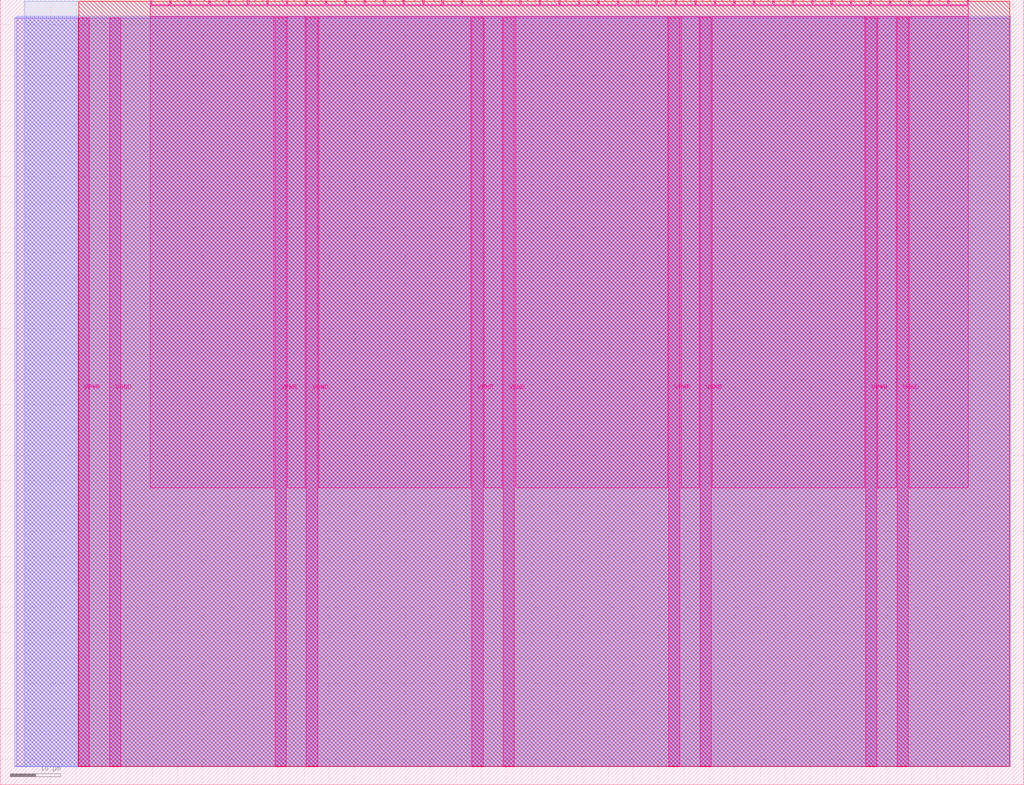
<source format=lef>
VERSION 5.7 ;
  NOWIREEXTENSIONATPIN ON ;
  DIVIDERCHAR "/" ;
  BUSBITCHARS "[]" ;
MACRO tt_um_daobaanh_rng
  CLASS BLOCK ;
  FOREIGN tt_um_daobaanh_rng ;
  ORIGIN 0.000 0.000 ;
  SIZE 202.080 BY 154.980 ;
  PIN VGND
    DIRECTION INOUT ;
    USE GROUND ;
    PORT
      LAYER Metal5 ;
        RECT 21.580 3.560 23.780 151.420 ;
    END
    PORT
      LAYER Metal5 ;
        RECT 60.450 3.560 62.650 151.420 ;
    END
    PORT
      LAYER Metal5 ;
        RECT 99.320 3.560 101.520 151.420 ;
    END
    PORT
      LAYER Metal5 ;
        RECT 138.190 3.560 140.390 151.420 ;
    END
    PORT
      LAYER Metal5 ;
        RECT 177.060 3.560 179.260 151.420 ;
    END
  END VGND
  PIN VPWR
    DIRECTION INOUT ;
    USE POWER ;
    PORT
      LAYER Metal5 ;
        RECT 15.380 3.560 17.580 151.420 ;
    END
    PORT
      LAYER Metal5 ;
        RECT 54.250 3.560 56.450 151.420 ;
    END
    PORT
      LAYER Metal5 ;
        RECT 93.120 3.560 95.320 151.420 ;
    END
    PORT
      LAYER Metal5 ;
        RECT 131.990 3.560 134.190 151.420 ;
    END
    PORT
      LAYER Metal5 ;
        RECT 170.860 3.560 173.060 151.420 ;
    END
  END VPWR
  PIN clk
    DIRECTION INPUT ;
    USE SIGNAL ;
    ANTENNAGATEAREA 0.213200 ;
    PORT
      LAYER Metal5 ;
        RECT 187.050 153.980 187.350 154.980 ;
    END
  END clk
  PIN ena
    DIRECTION INPUT ;
    USE SIGNAL ;
    ANTENNAGATEAREA 0.213200 ;
    PORT
      LAYER Metal5 ;
        RECT 190.890 153.980 191.190 154.980 ;
    END
  END ena
  PIN rst_n
    DIRECTION INPUT ;
    USE SIGNAL ;
    PORT
      LAYER Metal5 ;
        RECT 183.210 153.980 183.510 154.980 ;
    END
  END rst_n
  PIN ui_in[0]
    DIRECTION INPUT ;
    USE SIGNAL ;
    ANTENNAGATEAREA 0.180700 ;
    PORT
      LAYER Metal5 ;
        RECT 179.370 153.980 179.670 154.980 ;
    END
  END ui_in[0]
  PIN ui_in[1]
    DIRECTION INPUT ;
    USE SIGNAL ;
    PORT
      LAYER Metal5 ;
        RECT 175.530 153.980 175.830 154.980 ;
    END
  END ui_in[1]
  PIN ui_in[2]
    DIRECTION INPUT ;
    USE SIGNAL ;
    PORT
      LAYER Metal5 ;
        RECT 171.690 153.980 171.990 154.980 ;
    END
  END ui_in[2]
  PIN ui_in[3]
    DIRECTION INPUT ;
    USE SIGNAL ;
    PORT
      LAYER Metal5 ;
        RECT 167.850 153.980 168.150 154.980 ;
    END
  END ui_in[3]
  PIN ui_in[4]
    DIRECTION INPUT ;
    USE SIGNAL ;
    PORT
      LAYER Metal5 ;
        RECT 164.010 153.980 164.310 154.980 ;
    END
  END ui_in[4]
  PIN ui_in[5]
    DIRECTION INPUT ;
    USE SIGNAL ;
    PORT
      LAYER Metal5 ;
        RECT 160.170 153.980 160.470 154.980 ;
    END
  END ui_in[5]
  PIN ui_in[6]
    DIRECTION INPUT ;
    USE SIGNAL ;
    PORT
      LAYER Metal5 ;
        RECT 156.330 153.980 156.630 154.980 ;
    END
  END ui_in[6]
  PIN ui_in[7]
    DIRECTION INPUT ;
    USE SIGNAL ;
    PORT
      LAYER Metal5 ;
        RECT 152.490 153.980 152.790 154.980 ;
    END
  END ui_in[7]
  PIN uio_in[0]
    DIRECTION INPUT ;
    USE SIGNAL ;
    PORT
      LAYER Metal5 ;
        RECT 148.650 153.980 148.950 154.980 ;
    END
  END uio_in[0]
  PIN uio_in[1]
    DIRECTION INPUT ;
    USE SIGNAL ;
    PORT
      LAYER Metal5 ;
        RECT 144.810 153.980 145.110 154.980 ;
    END
  END uio_in[1]
  PIN uio_in[2]
    DIRECTION INPUT ;
    USE SIGNAL ;
    PORT
      LAYER Metal5 ;
        RECT 140.970 153.980 141.270 154.980 ;
    END
  END uio_in[2]
  PIN uio_in[3]
    DIRECTION INPUT ;
    USE SIGNAL ;
    PORT
      LAYER Metal5 ;
        RECT 137.130 153.980 137.430 154.980 ;
    END
  END uio_in[3]
  PIN uio_in[4]
    DIRECTION INPUT ;
    USE SIGNAL ;
    PORT
      LAYER Metal5 ;
        RECT 133.290 153.980 133.590 154.980 ;
    END
  END uio_in[4]
  PIN uio_in[5]
    DIRECTION INPUT ;
    USE SIGNAL ;
    PORT
      LAYER Metal5 ;
        RECT 129.450 153.980 129.750 154.980 ;
    END
  END uio_in[5]
  PIN uio_in[6]
    DIRECTION INPUT ;
    USE SIGNAL ;
    PORT
      LAYER Metal5 ;
        RECT 125.610 153.980 125.910 154.980 ;
    END
  END uio_in[6]
  PIN uio_in[7]
    DIRECTION INPUT ;
    USE SIGNAL ;
    PORT
      LAYER Metal5 ;
        RECT 121.770 153.980 122.070 154.980 ;
    END
  END uio_in[7]
  PIN uio_oe[0]
    DIRECTION OUTPUT ;
    USE SIGNAL ;
    ANTENNADIFFAREA 0.299200 ;
    PORT
      LAYER Metal5 ;
        RECT 56.490 153.980 56.790 154.980 ;
    END
  END uio_oe[0]
  PIN uio_oe[1]
    DIRECTION OUTPUT ;
    USE SIGNAL ;
    ANTENNADIFFAREA 0.299200 ;
    PORT
      LAYER Metal5 ;
        RECT 52.650 153.980 52.950 154.980 ;
    END
  END uio_oe[1]
  PIN uio_oe[2]
    DIRECTION OUTPUT ;
    USE SIGNAL ;
    ANTENNADIFFAREA 0.299200 ;
    PORT
      LAYER Metal5 ;
        RECT 48.810 153.980 49.110 154.980 ;
    END
  END uio_oe[2]
  PIN uio_oe[3]
    DIRECTION OUTPUT ;
    USE SIGNAL ;
    ANTENNADIFFAREA 0.299200 ;
    PORT
      LAYER Metal5 ;
        RECT 44.970 153.980 45.270 154.980 ;
    END
  END uio_oe[3]
  PIN uio_oe[4]
    DIRECTION OUTPUT ;
    USE SIGNAL ;
    ANTENNADIFFAREA 0.299200 ;
    PORT
      LAYER Metal5 ;
        RECT 41.130 153.980 41.430 154.980 ;
    END
  END uio_oe[4]
  PIN uio_oe[5]
    DIRECTION OUTPUT ;
    USE SIGNAL ;
    ANTENNADIFFAREA 0.299200 ;
    PORT
      LAYER Metal5 ;
        RECT 37.290 153.980 37.590 154.980 ;
    END
  END uio_oe[5]
  PIN uio_oe[6]
    DIRECTION OUTPUT ;
    USE SIGNAL ;
    ANTENNADIFFAREA 0.299200 ;
    PORT
      LAYER Metal5 ;
        RECT 33.450 153.980 33.750 154.980 ;
    END
  END uio_oe[6]
  PIN uio_oe[7]
    DIRECTION OUTPUT ;
    USE SIGNAL ;
    ANTENNADIFFAREA 0.299200 ;
    PORT
      LAYER Metal5 ;
        RECT 29.610 153.980 29.910 154.980 ;
    END
  END uio_oe[7]
  PIN uio_out[0]
    DIRECTION OUTPUT ;
    USE SIGNAL ;
    ANTENNADIFFAREA 0.299200 ;
    PORT
      LAYER Metal5 ;
        RECT 87.210 153.980 87.510 154.980 ;
    END
  END uio_out[0]
  PIN uio_out[1]
    DIRECTION OUTPUT ;
    USE SIGNAL ;
    ANTENNADIFFAREA 0.299200 ;
    PORT
      LAYER Metal5 ;
        RECT 83.370 153.980 83.670 154.980 ;
    END
  END uio_out[1]
  PIN uio_out[2]
    DIRECTION OUTPUT ;
    USE SIGNAL ;
    ANTENNADIFFAREA 0.299200 ;
    PORT
      LAYER Metal5 ;
        RECT 79.530 153.980 79.830 154.980 ;
    END
  END uio_out[2]
  PIN uio_out[3]
    DIRECTION OUTPUT ;
    USE SIGNAL ;
    ANTENNADIFFAREA 0.299200 ;
    PORT
      LAYER Metal5 ;
        RECT 75.690 153.980 75.990 154.980 ;
    END
  END uio_out[3]
  PIN uio_out[4]
    DIRECTION OUTPUT ;
    USE SIGNAL ;
    ANTENNADIFFAREA 0.299200 ;
    PORT
      LAYER Metal5 ;
        RECT 71.850 153.980 72.150 154.980 ;
    END
  END uio_out[4]
  PIN uio_out[5]
    DIRECTION OUTPUT ;
    USE SIGNAL ;
    ANTENNADIFFAREA 0.299200 ;
    PORT
      LAYER Metal5 ;
        RECT 68.010 153.980 68.310 154.980 ;
    END
  END uio_out[5]
  PIN uio_out[6]
    DIRECTION OUTPUT ;
    USE SIGNAL ;
    ANTENNADIFFAREA 0.299200 ;
    PORT
      LAYER Metal5 ;
        RECT 64.170 153.980 64.470 154.980 ;
    END
  END uio_out[6]
  PIN uio_out[7]
    DIRECTION OUTPUT ;
    USE SIGNAL ;
    ANTENNADIFFAREA 0.299200 ;
    PORT
      LAYER Metal5 ;
        RECT 60.330 153.980 60.630 154.980 ;
    END
  END uio_out[7]
  PIN uo_out[0]
    DIRECTION OUTPUT ;
    USE SIGNAL ;
    ANTENNADIFFAREA 0.706800 ;
    PORT
      LAYER Metal5 ;
        RECT 117.930 153.980 118.230 154.980 ;
    END
  END uo_out[0]
  PIN uo_out[1]
    DIRECTION OUTPUT ;
    USE SIGNAL ;
    ANTENNAGATEAREA 0.685100 ;
    ANTENNADIFFAREA 1.124800 ;
    PORT
      LAYER Metal5 ;
        RECT 114.090 153.980 114.390 154.980 ;
    END
  END uo_out[1]
  PIN uo_out[2]
    DIRECTION OUTPUT ;
    USE SIGNAL ;
    ANTENNADIFFAREA 0.654800 ;
    PORT
      LAYER Metal5 ;
        RECT 110.250 153.980 110.550 154.980 ;
    END
  END uo_out[2]
  PIN uo_out[3]
    DIRECTION OUTPUT ;
    USE SIGNAL ;
    ANTENNADIFFAREA 0.706800 ;
    PORT
      LAYER Metal5 ;
        RECT 106.410 153.980 106.710 154.980 ;
    END
  END uo_out[3]
  PIN uo_out[4]
    DIRECTION OUTPUT ;
    USE SIGNAL ;
    ANTENNADIFFAREA 0.299200 ;
    PORT
      LAYER Metal5 ;
        RECT 102.570 153.980 102.870 154.980 ;
    END
  END uo_out[4]
  PIN uo_out[5]
    DIRECTION OUTPUT ;
    USE SIGNAL ;
    ANTENNADIFFAREA 0.299200 ;
    PORT
      LAYER Metal5 ;
        RECT 98.730 153.980 99.030 154.980 ;
    END
  END uo_out[5]
  PIN uo_out[6]
    DIRECTION OUTPUT ;
    USE SIGNAL ;
    ANTENNADIFFAREA 0.299200 ;
    PORT
      LAYER Metal5 ;
        RECT 94.890 153.980 95.190 154.980 ;
    END
  END uo_out[6]
  PIN uo_out[7]
    DIRECTION OUTPUT ;
    USE SIGNAL ;
    ANTENNADIFFAREA 0.299200 ;
    PORT
      LAYER Metal5 ;
        RECT 91.050 153.980 91.350 154.980 ;
    END
  END uo_out[7]
  OBS
      LAYER GatPoly ;
        RECT 2.880 3.630 199.200 151.350 ;
      LAYER Metal1 ;
        RECT 2.880 3.560 199.200 151.420 ;
      LAYER Metal2 ;
        RECT 3.215 3.680 199.475 151.720 ;
      LAYER Metal3 ;
        RECT 4.700 3.635 199.300 154.705 ;
      LAYER Metal4 ;
        RECT 15.515 3.680 199.345 154.660 ;
      LAYER Metal5 ;
        RECT 30.120 153.770 33.240 153.980 ;
        RECT 33.960 153.770 37.080 153.980 ;
        RECT 37.800 153.770 40.920 153.980 ;
        RECT 41.640 153.770 44.760 153.980 ;
        RECT 45.480 153.770 48.600 153.980 ;
        RECT 49.320 153.770 52.440 153.980 ;
        RECT 53.160 153.770 56.280 153.980 ;
        RECT 57.000 153.770 60.120 153.980 ;
        RECT 60.840 153.770 63.960 153.980 ;
        RECT 64.680 153.770 67.800 153.980 ;
        RECT 68.520 153.770 71.640 153.980 ;
        RECT 72.360 153.770 75.480 153.980 ;
        RECT 76.200 153.770 79.320 153.980 ;
        RECT 80.040 153.770 83.160 153.980 ;
        RECT 83.880 153.770 87.000 153.980 ;
        RECT 87.720 153.770 90.840 153.980 ;
        RECT 91.560 153.770 94.680 153.980 ;
        RECT 95.400 153.770 98.520 153.980 ;
        RECT 99.240 153.770 102.360 153.980 ;
        RECT 103.080 153.770 106.200 153.980 ;
        RECT 106.920 153.770 110.040 153.980 ;
        RECT 110.760 153.770 113.880 153.980 ;
        RECT 114.600 153.770 117.720 153.980 ;
        RECT 118.440 153.770 121.560 153.980 ;
        RECT 122.280 153.770 125.400 153.980 ;
        RECT 126.120 153.770 129.240 153.980 ;
        RECT 129.960 153.770 133.080 153.980 ;
        RECT 133.800 153.770 136.920 153.980 ;
        RECT 137.640 153.770 140.760 153.980 ;
        RECT 141.480 153.770 144.600 153.980 ;
        RECT 145.320 153.770 148.440 153.980 ;
        RECT 149.160 153.770 152.280 153.980 ;
        RECT 153.000 153.770 156.120 153.980 ;
        RECT 156.840 153.770 159.960 153.980 ;
        RECT 160.680 153.770 163.800 153.980 ;
        RECT 164.520 153.770 167.640 153.980 ;
        RECT 168.360 153.770 171.480 153.980 ;
        RECT 172.200 153.770 175.320 153.980 ;
        RECT 176.040 153.770 179.160 153.980 ;
        RECT 179.880 153.770 183.000 153.980 ;
        RECT 183.720 153.770 186.840 153.980 ;
        RECT 187.560 153.770 190.680 153.980 ;
        RECT 29.660 151.630 191.140 153.770 ;
        RECT 29.660 58.655 54.040 151.630 ;
        RECT 56.660 58.655 60.240 151.630 ;
        RECT 62.860 58.655 92.910 151.630 ;
        RECT 95.530 58.655 99.110 151.630 ;
        RECT 101.730 58.655 131.780 151.630 ;
        RECT 134.400 58.655 137.980 151.630 ;
        RECT 140.600 58.655 170.650 151.630 ;
        RECT 173.270 58.655 176.850 151.630 ;
        RECT 179.470 58.655 191.140 151.630 ;
  END
END tt_um_daobaanh_rng
END LIBRARY


</source>
